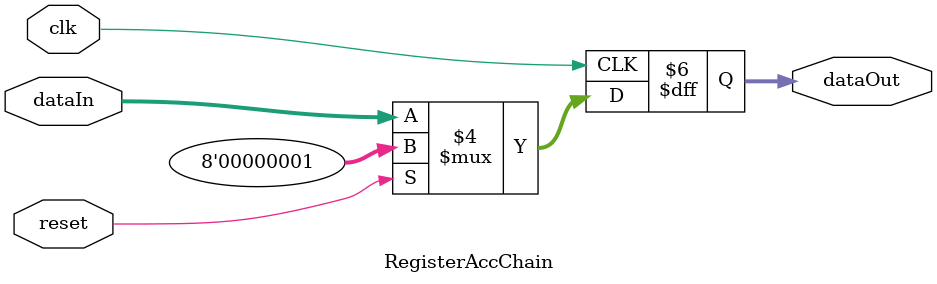
<source format=v>
`timescale 1ns / 1ps
module RegisterAccChain(clk,reset,dataIn,dataOut);

parameter n=8;

input clk,reset;
input[n-1:0] dataIn;
output reg[n-1:0] dataOut=0;

always@(posedge clk)begin

	if(reset)
		dataOut <= 1;
	else
	   dataOut <= dataIn;

end

endmodule


</source>
